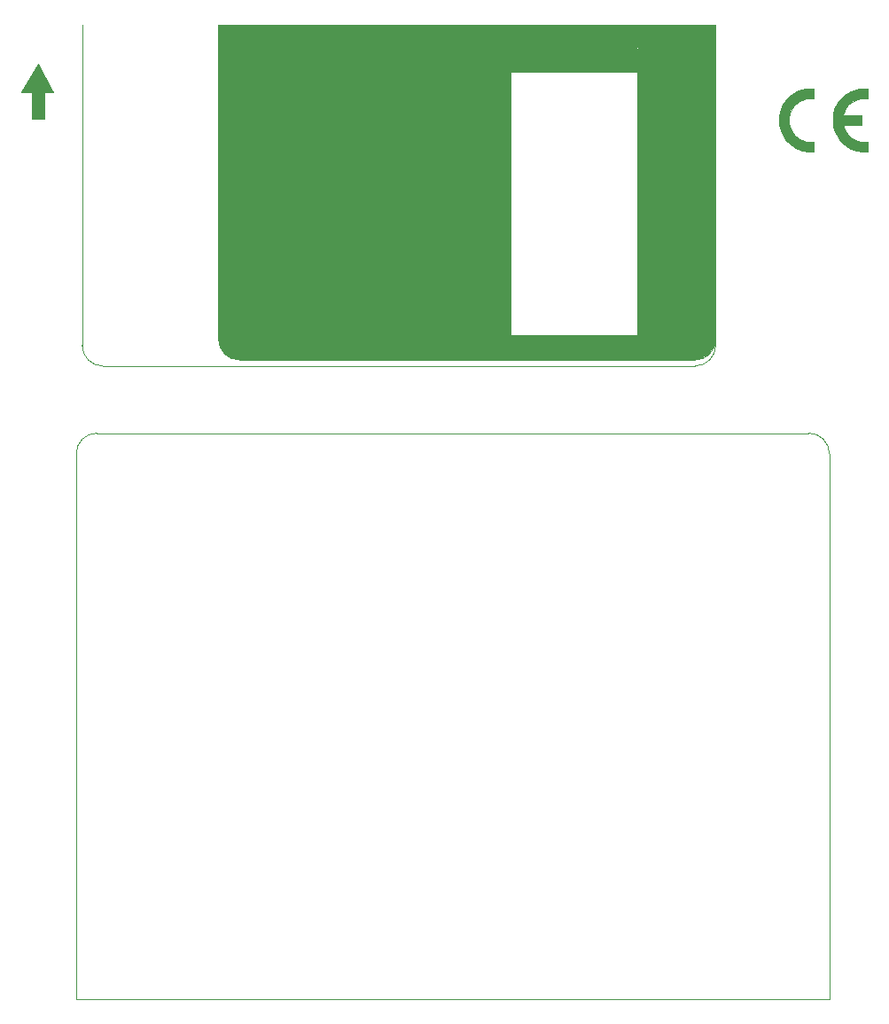
<source format=gbr>
%TF.GenerationSoftware,KiCad,Pcbnew,(5.1.6)-1*%
%TF.CreationDate,2024-03-17T16:58:36-04:00*%
%TF.ProjectId,floppy-coaster,666c6f70-7079-42d6-936f-61737465722e,rev?*%
%TF.SameCoordinates,Original*%
%TF.FileFunction,Legend,Top*%
%TF.FilePolarity,Positive*%
%FSLAX46Y46*%
G04 Gerber Fmt 4.6, Leading zero omitted, Abs format (unit mm)*
G04 Created by KiCad (PCBNEW (5.1.6)-1) date 2024-03-17 16:58:36*
%MOMM*%
%LPD*%
G01*
G04 APERTURE LIST*
%ADD10C,0.120000*%
%ADD11C,0.100000*%
%ADD12C,0.010000*%
G04 APERTURE END LIST*
D10*
X110045500Y-150177500D02*
X181991000Y-150177500D01*
X180022500Y-96139000D02*
G75*
G02*
X181991000Y-98107500I0J-1968500D01*
G01*
X112014000Y-96139000D02*
X180022500Y-96139000D01*
X181991000Y-150177500D02*
X181991000Y-98107500D01*
X110045500Y-98107500D02*
G75*
G02*
X112014000Y-96139000I1968500J0D01*
G01*
X110045500Y-150177500D02*
X110045500Y-98107500D01*
D11*
G36*
X163639500Y-89090500D02*
G01*
X151638000Y-89090500D01*
X151638000Y-86741000D01*
X163639500Y-86741000D01*
X163639500Y-89090500D01*
G37*
X163639500Y-89090500D02*
X151638000Y-89090500D01*
X151638000Y-86741000D01*
X163639500Y-86741000D01*
X163639500Y-89090500D01*
G36*
X163639500Y-61658500D02*
G01*
X151574500Y-61658500D01*
X151574500Y-57150000D01*
X163703000Y-57150000D01*
X163639500Y-61658500D01*
G37*
X163639500Y-61658500D02*
X151574500Y-61658500D01*
X151574500Y-57150000D01*
X163703000Y-57150000D01*
X163639500Y-61658500D01*
G36*
X171132500Y-87058500D02*
G01*
X171069000Y-87566500D01*
X170878500Y-88011000D01*
X170688000Y-88328500D01*
X170307000Y-88709500D01*
X169926000Y-88900000D01*
X169481500Y-89090500D01*
X163639500Y-89090500D01*
X163703000Y-57150000D01*
X171132500Y-57150000D01*
X171132500Y-87058500D01*
G37*
X171132500Y-87058500D02*
X171069000Y-87566500D01*
X170878500Y-88011000D01*
X170688000Y-88328500D01*
X170307000Y-88709500D01*
X169926000Y-88900000D01*
X169481500Y-89090500D01*
X163639500Y-89090500D01*
X163703000Y-57150000D01*
X171132500Y-57150000D01*
X171132500Y-87058500D01*
G36*
X151574500Y-89090500D02*
G01*
X125412500Y-89090500D01*
X124650500Y-88836500D01*
X124206000Y-88455500D01*
X123952000Y-88138000D01*
X123761500Y-87693500D01*
X123634500Y-87185500D01*
X123698000Y-58102500D01*
X123698000Y-57150000D01*
X151574500Y-57150000D01*
X151574500Y-89090500D01*
G37*
X151574500Y-89090500D02*
X125412500Y-89090500D01*
X124650500Y-88836500D01*
X124206000Y-88455500D01*
X123952000Y-88138000D01*
X123761500Y-87693500D01*
X123634500Y-87185500D01*
X123698000Y-58102500D01*
X123698000Y-57150000D01*
X151574500Y-57150000D01*
X151574500Y-89090500D01*
D10*
X112585500Y-89725500D02*
G75*
G02*
X110617000Y-87757000I0J1968500D01*
G01*
X169164000Y-89725500D02*
X112585500Y-89725500D01*
X110617000Y-57150000D02*
X110617000Y-87757000D01*
X171132500Y-87757000D02*
X171132500Y-86677500D01*
X171132500Y-87757000D02*
G75*
G02*
X169164000Y-89725500I-1968500J0D01*
G01*
X163639500Y-86741000D02*
X151574500Y-86741000D01*
X163639500Y-61658500D02*
X163639500Y-86741000D01*
X151574500Y-61658500D02*
X163639500Y-61658500D01*
X151574500Y-86741000D02*
X151574500Y-61658500D01*
X171132500Y-57150000D02*
X171132500Y-87185500D01*
X123634500Y-57150000D02*
X171132500Y-57150000D01*
X123634500Y-87185500D02*
X123634500Y-57150000D01*
X169164000Y-89154000D02*
X125603000Y-89154000D01*
X171132500Y-87185500D02*
G75*
G02*
X169164000Y-89154000I-1968500J0D01*
G01*
X125603000Y-89154000D02*
G75*
G02*
X123634500Y-87185500I0J1968500D01*
G01*
D11*
G36*
X106997500Y-66103500D02*
G01*
X105791000Y-66103500D01*
X105791000Y-63627000D01*
X106997500Y-63627000D01*
X106997500Y-66103500D01*
G37*
X106997500Y-66103500D02*
X105791000Y-66103500D01*
X105791000Y-63627000D01*
X106997500Y-63627000D01*
X106997500Y-66103500D01*
G36*
X107886500Y-63563500D02*
G01*
X104838500Y-63563500D01*
X106426000Y-60896500D01*
X107886500Y-63563500D01*
G37*
X107886500Y-63563500D02*
X104838500Y-63563500D01*
X106426000Y-60896500D01*
X107886500Y-63563500D01*
D12*
%TO.C,REF\u002A\u002A*%
G36*
X185652835Y-64146906D02*
G01*
X185358485Y-64147195D01*
X185256510Y-64147620D01*
X185175855Y-64148908D01*
X185111388Y-64151414D01*
X185057976Y-64155496D01*
X185010488Y-64161508D01*
X184963789Y-64169808D01*
X184929889Y-64176936D01*
X184700049Y-64240254D01*
X184480732Y-64326512D01*
X184273701Y-64434509D01*
X184080720Y-64563044D01*
X183903549Y-64710918D01*
X183743953Y-64876930D01*
X183603693Y-65059879D01*
X183579054Y-65096949D01*
X183527256Y-65183902D01*
X183474355Y-65285320D01*
X183423336Y-65394366D01*
X183377182Y-65504202D01*
X183338875Y-65607988D01*
X183311398Y-65698888D01*
X183305304Y-65724484D01*
X183295939Y-65767479D01*
X185057521Y-65767479D01*
X185057521Y-66706750D01*
X183295939Y-66706750D01*
X183305304Y-66749744D01*
X183330364Y-66841111D01*
X183367852Y-66946969D01*
X183414685Y-67060378D01*
X183467782Y-67174392D01*
X183524060Y-67282069D01*
X183580436Y-67376467D01*
X183589892Y-67390819D01*
X183733634Y-67582291D01*
X183894833Y-67754130D01*
X184072490Y-67905663D01*
X184265609Y-68036219D01*
X184473191Y-68145124D01*
X184694238Y-68231706D01*
X184927755Y-68295294D01*
X184933456Y-68296521D01*
X184986038Y-68307122D01*
X185034458Y-68315013D01*
X185084109Y-68320578D01*
X185140381Y-68324202D01*
X185208668Y-68326269D01*
X185294359Y-68327164D01*
X185365099Y-68327299D01*
X185652833Y-68327276D01*
X185652833Y-69259979D01*
X185365099Y-69258262D01*
X185273124Y-69257209D01*
X185183391Y-69255266D01*
X185101658Y-69252626D01*
X185033679Y-69249481D01*
X184985211Y-69246026D01*
X184978146Y-69245289D01*
X184752737Y-69209094D01*
X184520886Y-69151876D01*
X184288925Y-69075784D01*
X184063185Y-68982965D01*
X183849999Y-68875568D01*
X183794197Y-68843635D01*
X183630656Y-68738167D01*
X183464714Y-68614045D01*
X183302927Y-68476931D01*
X183151850Y-68332482D01*
X183018040Y-68186359D01*
X182981493Y-68142107D01*
X182820173Y-67920512D01*
X182678848Y-67682878D01*
X182558525Y-67431589D01*
X182460211Y-67169032D01*
X182384912Y-66897592D01*
X182333635Y-66619655D01*
X182331090Y-66600916D01*
X182324141Y-66529251D01*
X182319208Y-66438546D01*
X182316292Y-66335423D01*
X182315395Y-66226509D01*
X182316519Y-66118425D01*
X182319666Y-66017798D01*
X182324838Y-65931252D01*
X182330883Y-65873312D01*
X182382839Y-65588394D01*
X182458069Y-65312854D01*
X182555891Y-65048309D01*
X182675621Y-64796377D01*
X182816576Y-64558677D01*
X182978073Y-64336825D01*
X182981493Y-64332579D01*
X183161780Y-64129621D01*
X183360922Y-63943156D01*
X183576473Y-63774714D01*
X183805985Y-63625825D01*
X184047009Y-63498017D01*
X184297100Y-63392822D01*
X184553809Y-63311767D01*
X184654119Y-63287269D01*
X184778030Y-63261438D01*
X184893200Y-63242092D01*
X185007020Y-63228481D01*
X185126885Y-63219856D01*
X185260187Y-63215468D01*
X185371713Y-63214508D01*
X185652833Y-63214250D01*
X185652835Y-64146906D01*
G37*
X185652835Y-64146906D02*
X185358485Y-64147195D01*
X185256510Y-64147620D01*
X185175855Y-64148908D01*
X185111388Y-64151414D01*
X185057976Y-64155496D01*
X185010488Y-64161508D01*
X184963789Y-64169808D01*
X184929889Y-64176936D01*
X184700049Y-64240254D01*
X184480732Y-64326512D01*
X184273701Y-64434509D01*
X184080720Y-64563044D01*
X183903549Y-64710918D01*
X183743953Y-64876930D01*
X183603693Y-65059879D01*
X183579054Y-65096949D01*
X183527256Y-65183902D01*
X183474355Y-65285320D01*
X183423336Y-65394366D01*
X183377182Y-65504202D01*
X183338875Y-65607988D01*
X183311398Y-65698888D01*
X183305304Y-65724484D01*
X183295939Y-65767479D01*
X185057521Y-65767479D01*
X185057521Y-66706750D01*
X183295939Y-66706750D01*
X183305304Y-66749744D01*
X183330364Y-66841111D01*
X183367852Y-66946969D01*
X183414685Y-67060378D01*
X183467782Y-67174392D01*
X183524060Y-67282069D01*
X183580436Y-67376467D01*
X183589892Y-67390819D01*
X183733634Y-67582291D01*
X183894833Y-67754130D01*
X184072490Y-67905663D01*
X184265609Y-68036219D01*
X184473191Y-68145124D01*
X184694238Y-68231706D01*
X184927755Y-68295294D01*
X184933456Y-68296521D01*
X184986038Y-68307122D01*
X185034458Y-68315013D01*
X185084109Y-68320578D01*
X185140381Y-68324202D01*
X185208668Y-68326269D01*
X185294359Y-68327164D01*
X185365099Y-68327299D01*
X185652833Y-68327276D01*
X185652833Y-69259979D01*
X185365099Y-69258262D01*
X185273124Y-69257209D01*
X185183391Y-69255266D01*
X185101658Y-69252626D01*
X185033679Y-69249481D01*
X184985211Y-69246026D01*
X184978146Y-69245289D01*
X184752737Y-69209094D01*
X184520886Y-69151876D01*
X184288925Y-69075784D01*
X184063185Y-68982965D01*
X183849999Y-68875568D01*
X183794197Y-68843635D01*
X183630656Y-68738167D01*
X183464714Y-68614045D01*
X183302927Y-68476931D01*
X183151850Y-68332482D01*
X183018040Y-68186359D01*
X182981493Y-68142107D01*
X182820173Y-67920512D01*
X182678848Y-67682878D01*
X182558525Y-67431589D01*
X182460211Y-67169032D01*
X182384912Y-66897592D01*
X182333635Y-66619655D01*
X182331090Y-66600916D01*
X182324141Y-66529251D01*
X182319208Y-66438546D01*
X182316292Y-66335423D01*
X182315395Y-66226509D01*
X182316519Y-66118425D01*
X182319666Y-66017798D01*
X182324838Y-65931252D01*
X182330883Y-65873312D01*
X182382839Y-65588394D01*
X182458069Y-65312854D01*
X182555891Y-65048309D01*
X182675621Y-64796377D01*
X182816576Y-64558677D01*
X182978073Y-64336825D01*
X182981493Y-64332579D01*
X183161780Y-64129621D01*
X183360922Y-63943156D01*
X183576473Y-63774714D01*
X183805985Y-63625825D01*
X184047009Y-63498017D01*
X184297100Y-63392822D01*
X184553809Y-63311767D01*
X184654119Y-63287269D01*
X184778030Y-63261438D01*
X184893200Y-63242092D01*
X185007020Y-63228481D01*
X185126885Y-63219856D01*
X185260187Y-63215468D01*
X185371713Y-63214508D01*
X185652833Y-63214250D01*
X185652835Y-64146906D01*
G36*
X180358687Y-63214815D02*
G01*
X180423170Y-63216475D01*
X180469803Y-63219445D01*
X180490151Y-63222588D01*
X180519917Y-63230565D01*
X180519917Y-64151030D01*
X180310381Y-64143759D01*
X180100547Y-64144023D01*
X179906359Y-64160882D01*
X179721920Y-64195575D01*
X179541332Y-64249339D01*
X179358697Y-64323411D01*
X179282989Y-64359379D01*
X179102438Y-64458477D01*
X178939798Y-64569826D01*
X178787401Y-64698908D01*
X178728122Y-64756205D01*
X178571485Y-64931361D01*
X178435973Y-65122020D01*
X178322266Y-65326894D01*
X178231044Y-65544693D01*
X178162985Y-65774129D01*
X178142826Y-65866697D01*
X178130677Y-65950744D01*
X178122566Y-66053734D01*
X178118485Y-66168465D01*
X178118426Y-66287734D01*
X178122384Y-66404337D01*
X178130351Y-66511071D01*
X178142319Y-66600733D01*
X178143557Y-66607531D01*
X178199411Y-66836259D01*
X178278799Y-67054465D01*
X178380431Y-67260677D01*
X178503022Y-67453428D01*
X178645281Y-67631248D01*
X178805921Y-67792668D01*
X178983655Y-67936219D01*
X179177193Y-68060431D01*
X179385248Y-68163836D01*
X179568737Y-68233035D01*
X179671877Y-68264618D01*
X179766607Y-68288629D01*
X179859370Y-68305963D01*
X179956606Y-68317516D01*
X180064758Y-68324180D01*
X180190267Y-68326852D01*
X180245411Y-68327004D01*
X180519917Y-68326686D01*
X180519917Y-69243664D01*
X180490151Y-69251641D01*
X180464751Y-69254638D01*
X180417756Y-69256703D01*
X180354010Y-69257882D01*
X180278358Y-69258223D01*
X180195646Y-69257774D01*
X180110717Y-69256583D01*
X180028417Y-69254697D01*
X179953591Y-69252163D01*
X179891083Y-69249031D01*
X179845738Y-69245347D01*
X179845229Y-69245289D01*
X179732229Y-69228841D01*
X179604628Y-69204206D01*
X179472162Y-69173583D01*
X179344566Y-69139167D01*
X179263484Y-69114036D01*
X178998947Y-69012998D01*
X178748223Y-68890013D01*
X178512305Y-68746277D01*
X178292180Y-68582987D01*
X178088840Y-68401338D01*
X177903273Y-68202526D01*
X177736470Y-67987747D01*
X177589421Y-67758198D01*
X177463115Y-67515073D01*
X177358542Y-67259570D01*
X177276692Y-66992883D01*
X177218555Y-66716209D01*
X177205338Y-66627375D01*
X177196882Y-66542607D01*
X177191063Y-66438618D01*
X177187882Y-66322509D01*
X177187339Y-66201387D01*
X177189434Y-66082354D01*
X177194166Y-65972514D01*
X177201537Y-65878972D01*
X177205338Y-65846854D01*
X177256259Y-65564206D01*
X177331705Y-65291114D01*
X177431419Y-65028214D01*
X177555146Y-64776137D01*
X177702628Y-64535517D01*
X177781452Y-64424718D01*
X177959730Y-64207223D01*
X178155733Y-64008844D01*
X178368098Y-63830382D01*
X178595459Y-63672633D01*
X178836453Y-63536397D01*
X179089713Y-63422471D01*
X179353877Y-63331653D01*
X179627579Y-63264741D01*
X179818380Y-63233313D01*
X179870854Y-63227990D01*
X179939718Y-63223430D01*
X180020081Y-63219712D01*
X180107050Y-63216913D01*
X180195736Y-63215112D01*
X180281245Y-63214387D01*
X180358687Y-63214815D01*
G37*
X180358687Y-63214815D02*
X180423170Y-63216475D01*
X180469803Y-63219445D01*
X180490151Y-63222588D01*
X180519917Y-63230565D01*
X180519917Y-64151030D01*
X180310381Y-64143759D01*
X180100547Y-64144023D01*
X179906359Y-64160882D01*
X179721920Y-64195575D01*
X179541332Y-64249339D01*
X179358697Y-64323411D01*
X179282989Y-64359379D01*
X179102438Y-64458477D01*
X178939798Y-64569826D01*
X178787401Y-64698908D01*
X178728122Y-64756205D01*
X178571485Y-64931361D01*
X178435973Y-65122020D01*
X178322266Y-65326894D01*
X178231044Y-65544693D01*
X178162985Y-65774129D01*
X178142826Y-65866697D01*
X178130677Y-65950744D01*
X178122566Y-66053734D01*
X178118485Y-66168465D01*
X178118426Y-66287734D01*
X178122384Y-66404337D01*
X178130351Y-66511071D01*
X178142319Y-66600733D01*
X178143557Y-66607531D01*
X178199411Y-66836259D01*
X178278799Y-67054465D01*
X178380431Y-67260677D01*
X178503022Y-67453428D01*
X178645281Y-67631248D01*
X178805921Y-67792668D01*
X178983655Y-67936219D01*
X179177193Y-68060431D01*
X179385248Y-68163836D01*
X179568737Y-68233035D01*
X179671877Y-68264618D01*
X179766607Y-68288629D01*
X179859370Y-68305963D01*
X179956606Y-68317516D01*
X180064758Y-68324180D01*
X180190267Y-68326852D01*
X180245411Y-68327004D01*
X180519917Y-68326686D01*
X180519917Y-69243664D01*
X180490151Y-69251641D01*
X180464751Y-69254638D01*
X180417756Y-69256703D01*
X180354010Y-69257882D01*
X180278358Y-69258223D01*
X180195646Y-69257774D01*
X180110717Y-69256583D01*
X180028417Y-69254697D01*
X179953591Y-69252163D01*
X179891083Y-69249031D01*
X179845738Y-69245347D01*
X179845229Y-69245289D01*
X179732229Y-69228841D01*
X179604628Y-69204206D01*
X179472162Y-69173583D01*
X179344566Y-69139167D01*
X179263484Y-69114036D01*
X178998947Y-69012998D01*
X178748223Y-68890013D01*
X178512305Y-68746277D01*
X178292180Y-68582987D01*
X178088840Y-68401338D01*
X177903273Y-68202526D01*
X177736470Y-67987747D01*
X177589421Y-67758198D01*
X177463115Y-67515073D01*
X177358542Y-67259570D01*
X177276692Y-66992883D01*
X177218555Y-66716209D01*
X177205338Y-66627375D01*
X177196882Y-66542607D01*
X177191063Y-66438618D01*
X177187882Y-66322509D01*
X177187339Y-66201387D01*
X177189434Y-66082354D01*
X177194166Y-65972514D01*
X177201537Y-65878972D01*
X177205338Y-65846854D01*
X177256259Y-65564206D01*
X177331705Y-65291114D01*
X177431419Y-65028214D01*
X177555146Y-64776137D01*
X177702628Y-64535517D01*
X177781452Y-64424718D01*
X177959730Y-64207223D01*
X178155733Y-64008844D01*
X178368098Y-63830382D01*
X178595459Y-63672633D01*
X178836453Y-63536397D01*
X179089713Y-63422471D01*
X179353877Y-63331653D01*
X179627579Y-63264741D01*
X179818380Y-63233313D01*
X179870854Y-63227990D01*
X179939718Y-63223430D01*
X180020081Y-63219712D01*
X180107050Y-63216913D01*
X180195736Y-63215112D01*
X180281245Y-63214387D01*
X180358687Y-63214815D01*
%TD*%
M02*

</source>
